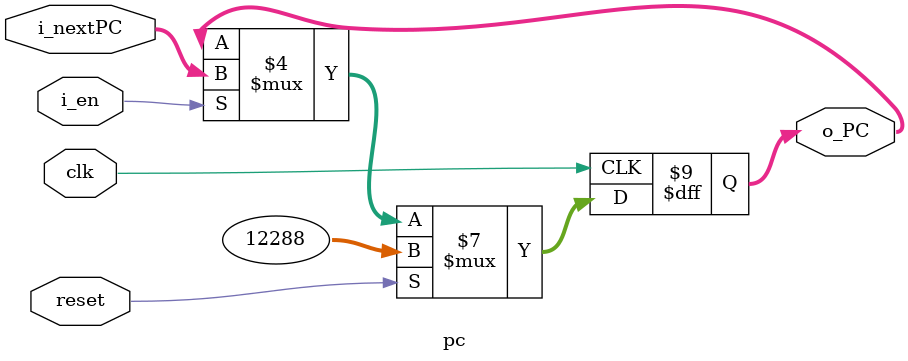
<source format=v>
`timescale 1ns / 1ps
module pc(
	input clk,
	input reset,
	input i_en,
	input [31:0] i_nextPC,
	/**************/
	output reg [31:0] o_PC);
	
	initial begin
		o_PC <= 32'h00003000;
	end
	
	always @(posedge clk) begin
		if(reset) begin
			o_PC <= 32'h00003000;
			// reset to 0x00003000
		end
		else if(i_en) begin
			o_PC <= i_nextPC;
		end
		else begin
			o_PC <= o_PC;
		end
	end

endmodule

</source>
